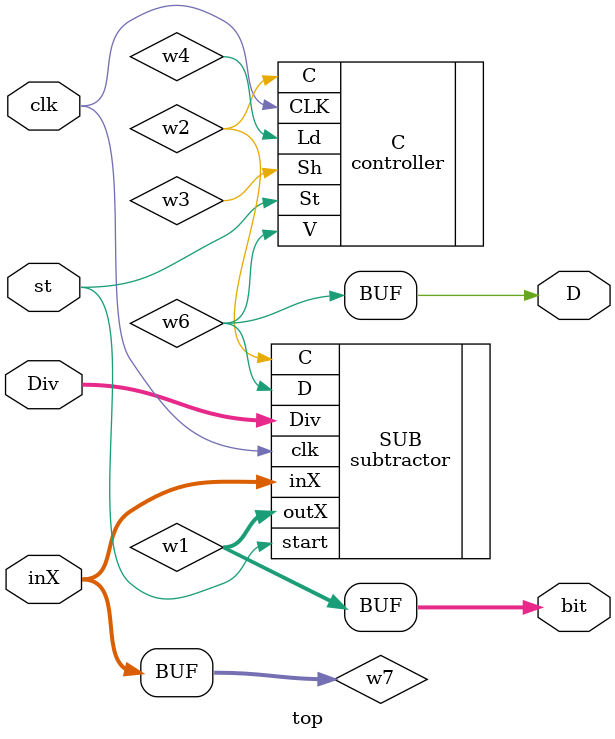
<source format=v>
`include "subtractor.v"
`include "controller.v"

module top(st, clk, D, bit, Div, inX);

    //Inputs
    input clk, st;
    input [3:0] Div; // Divisor
    input [8:0] inX; // Dividend input

    //Output Registers
    output reg[8:0] bit; // Dividend

    //Outputs
    output D;

    //Wires
    wire [8:0] w1, w7;
    wire w2, w3, w4, w6;

    //Logic Circuit
    always @(*) begin
        bit = w1;
    end

    //Logical assignmnet
    assign D = w6;
    assign w7 = inX;

    //Submodules
    subtractor SUB(.inX(inX),.Div(Div), .outX(w1), .C(w2), .clk(clk), .D(w6), .start(st));
    controller C(.C(w2),.St(st),.Sh(w3),.Ld(w4),.V(w6),.CLK(clk));
endmodule
</source>
